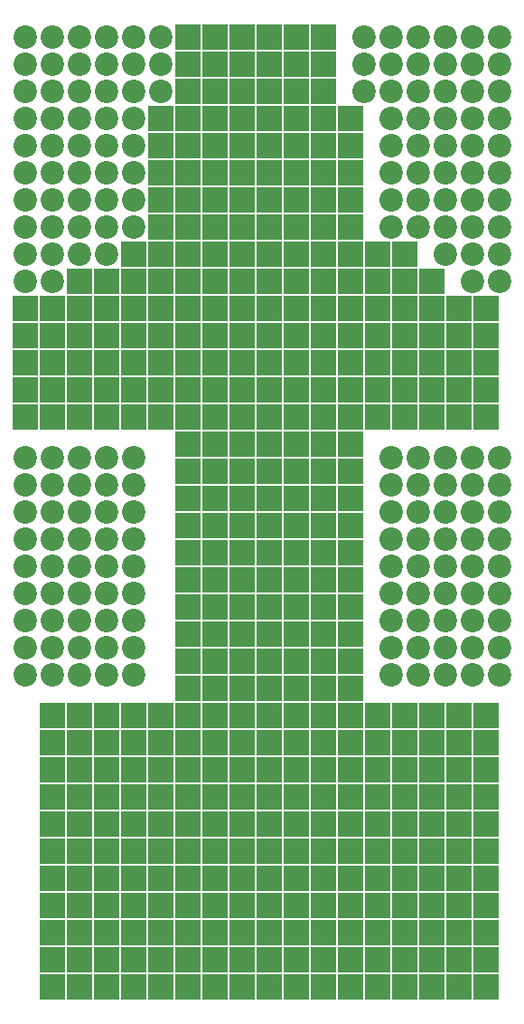
<source format=gbr>
G04 #@! TF.FileFunction,Soldermask,Bot*
%FSLAX46Y46*%
G04 Gerber Fmt 4.6, Leading zero omitted, Abs format (unit mm)*
G04 Created by KiCad (PCBNEW 4.0.2+dfsg1-stable) date tor 22 sep 2016 18:21:25 CEST*
%MOMM*%
G01*
G04 APERTURE LIST*
%ADD10C,0.100000*%
%ADD11R,2.400000X2.400000*%
%ADD12C,2.200000*%
G04 APERTURE END LIST*
D10*
D11*
X38320000Y-56670000D03*
X38320000Y-54130000D03*
X38320000Y-51590000D03*
X38320000Y-49050000D03*
X38320000Y-74450000D03*
X35780000Y-74450000D03*
X33240000Y-74450000D03*
X30700000Y-74450000D03*
X28160000Y-74450000D03*
X25620000Y-74450000D03*
X38320000Y-71910000D03*
X35780000Y-71910000D03*
X33240000Y-71910000D03*
X30700000Y-71910000D03*
X28160000Y-71910000D03*
X25620000Y-71910000D03*
X38320000Y-69370000D03*
X35780000Y-69370000D03*
X33240000Y-69370000D03*
X30700000Y-69370000D03*
X28160000Y-69370000D03*
X25620000Y-69370000D03*
X38320000Y-66830000D03*
X35780000Y-66830000D03*
X33240000Y-66830000D03*
X30700000Y-66830000D03*
X28160000Y-66830000D03*
X25620000Y-66830000D03*
X38320000Y-64290000D03*
X35780000Y-64290000D03*
X33240000Y-64290000D03*
X30700000Y-64290000D03*
X28160000Y-64290000D03*
X25620000Y-64290000D03*
X38320000Y-61750000D03*
X35780000Y-61750000D03*
X33240000Y-61750000D03*
X30700000Y-61750000D03*
X38320000Y-59210000D03*
X35780000Y-59210000D03*
X68800000Y-74450000D03*
X66260000Y-74450000D03*
X63720000Y-74450000D03*
X61180000Y-74450000D03*
X58640000Y-74450000D03*
X68800000Y-71910000D03*
X66260000Y-71910000D03*
X63720000Y-71910000D03*
X61180000Y-71910000D03*
X58640000Y-71910000D03*
X68800000Y-69370000D03*
X66260000Y-69370000D03*
X63720000Y-69370000D03*
X61180000Y-69370000D03*
X58640000Y-69370000D03*
X68800000Y-66830000D03*
X66260000Y-66830000D03*
X63720000Y-66830000D03*
X61180000Y-66830000D03*
X58640000Y-66830000D03*
X68800000Y-64290000D03*
X66260000Y-64290000D03*
X63720000Y-64290000D03*
X61180000Y-64290000D03*
X58640000Y-64290000D03*
X63720000Y-61750000D03*
X61180000Y-61750000D03*
X58640000Y-61750000D03*
X61180000Y-59210000D03*
X68800000Y-127790000D03*
X66260000Y-127790000D03*
X63720000Y-127790000D03*
X61180000Y-127790000D03*
X58640000Y-127790000D03*
X56100000Y-127790000D03*
X53560000Y-127790000D03*
X51020000Y-127790000D03*
X48480000Y-127790000D03*
X45940000Y-127790000D03*
X43400000Y-127790000D03*
X40860000Y-127790000D03*
X38320000Y-127790000D03*
X35780000Y-127790000D03*
X33240000Y-127790000D03*
X30700000Y-127790000D03*
X28160000Y-127790000D03*
X68800000Y-125250000D03*
X66260000Y-125250000D03*
X63720000Y-125250000D03*
X61180000Y-125250000D03*
X58640000Y-125250000D03*
X56100000Y-125250000D03*
X53560000Y-125250000D03*
X51020000Y-125250000D03*
X48480000Y-125250000D03*
X45940000Y-125250000D03*
X43400000Y-125250000D03*
X40860000Y-125250000D03*
X38320000Y-125250000D03*
X35780000Y-125250000D03*
X33240000Y-125250000D03*
X30700000Y-125250000D03*
X28160000Y-125250000D03*
X68800000Y-122710000D03*
X66260000Y-122710000D03*
X63720000Y-122710000D03*
X61180000Y-122710000D03*
X58640000Y-122710000D03*
X56100000Y-122710000D03*
X53560000Y-122710000D03*
X51020000Y-122710000D03*
X48480000Y-122710000D03*
X45940000Y-122710000D03*
X43400000Y-122710000D03*
X40860000Y-122710000D03*
X38320000Y-122710000D03*
X35780000Y-122710000D03*
X33240000Y-122710000D03*
X30700000Y-122710000D03*
X28160000Y-122710000D03*
X68800000Y-120170000D03*
X66260000Y-120170000D03*
X63720000Y-120170000D03*
X61180000Y-120170000D03*
X58640000Y-120170000D03*
X56100000Y-120170000D03*
X53560000Y-120170000D03*
X51020000Y-120170000D03*
X48480000Y-120170000D03*
X45940000Y-120170000D03*
X43400000Y-120170000D03*
X40860000Y-120170000D03*
X38320000Y-120170000D03*
X35780000Y-120170000D03*
X33240000Y-120170000D03*
X30700000Y-120170000D03*
X28160000Y-120170000D03*
X68800000Y-117630000D03*
X66260000Y-117630000D03*
X63720000Y-117630000D03*
X61180000Y-117630000D03*
X58640000Y-117630000D03*
X56100000Y-117630000D03*
X53560000Y-117630000D03*
X51020000Y-117630000D03*
X48480000Y-117630000D03*
X45940000Y-117630000D03*
X43400000Y-117630000D03*
X40860000Y-117630000D03*
X38320000Y-117630000D03*
X35780000Y-117630000D03*
X33240000Y-117630000D03*
X30700000Y-117630000D03*
X28160000Y-117630000D03*
X68800000Y-115090000D03*
X66260000Y-115090000D03*
X63720000Y-115090000D03*
X61180000Y-115090000D03*
X58640000Y-115090000D03*
X56100000Y-115090000D03*
X53560000Y-115090000D03*
X51020000Y-115090000D03*
X48480000Y-115090000D03*
X45940000Y-115090000D03*
X43400000Y-115090000D03*
X40860000Y-115090000D03*
X38320000Y-115090000D03*
X35780000Y-115090000D03*
X33240000Y-115090000D03*
X30700000Y-115090000D03*
X28160000Y-115090000D03*
X68800000Y-112550000D03*
X66260000Y-112550000D03*
X63720000Y-112550000D03*
X61180000Y-112550000D03*
X58640000Y-112550000D03*
X56100000Y-112550000D03*
X53560000Y-112550000D03*
X51020000Y-112550000D03*
X48480000Y-112550000D03*
X45940000Y-112550000D03*
X43400000Y-112550000D03*
X40860000Y-112550000D03*
X38320000Y-112550000D03*
X35780000Y-112550000D03*
X33240000Y-112550000D03*
X30700000Y-112550000D03*
X28160000Y-112550000D03*
X68800000Y-110010000D03*
X66260000Y-110010000D03*
X63720000Y-110010000D03*
X61180000Y-110010000D03*
X58640000Y-110010000D03*
X56100000Y-110010000D03*
X53560000Y-110010000D03*
X51020000Y-110010000D03*
X48480000Y-110010000D03*
X45940000Y-110010000D03*
X43400000Y-110010000D03*
X40860000Y-110010000D03*
X38320000Y-110010000D03*
X35780000Y-110010000D03*
X33240000Y-110010000D03*
X30700000Y-110010000D03*
X28160000Y-110010000D03*
X68800000Y-107470000D03*
X66260000Y-107470000D03*
X63720000Y-107470000D03*
X61180000Y-107470000D03*
X58640000Y-107470000D03*
X56100000Y-107470000D03*
X53560000Y-107470000D03*
X51020000Y-107470000D03*
X48480000Y-107470000D03*
X45940000Y-107470000D03*
X43400000Y-107470000D03*
X40860000Y-107470000D03*
X38320000Y-107470000D03*
X35780000Y-107470000D03*
X33240000Y-107470000D03*
X30700000Y-107470000D03*
X28160000Y-107470000D03*
X68800000Y-104930000D03*
X66260000Y-104930000D03*
X63720000Y-104930000D03*
X61180000Y-104930000D03*
X58640000Y-104930000D03*
X56100000Y-104930000D03*
X53560000Y-104930000D03*
X51020000Y-104930000D03*
X48480000Y-104930000D03*
X45940000Y-104930000D03*
X43400000Y-104930000D03*
X40860000Y-104930000D03*
X38320000Y-104930000D03*
X35780000Y-104930000D03*
X33240000Y-104930000D03*
X30700000Y-104930000D03*
X28160000Y-104930000D03*
X68800000Y-102390000D03*
X66260000Y-102390000D03*
X63720000Y-102390000D03*
X61180000Y-102390000D03*
X58640000Y-102390000D03*
X56100000Y-102390000D03*
X53560000Y-102390000D03*
X51020000Y-102390000D03*
X48480000Y-102390000D03*
X45940000Y-102390000D03*
X43400000Y-102390000D03*
X40860000Y-102390000D03*
X38320000Y-102390000D03*
X35780000Y-102390000D03*
X33240000Y-102390000D03*
X30700000Y-102390000D03*
X28160000Y-102390000D03*
X56100000Y-99850000D03*
X53560000Y-99850000D03*
X51020000Y-99850000D03*
X48480000Y-99850000D03*
X45940000Y-99850000D03*
X43400000Y-99850000D03*
X40860000Y-99850000D03*
X56100000Y-97310000D03*
X53560000Y-97310000D03*
X51020000Y-97310000D03*
X48480000Y-97310000D03*
X45940000Y-97310000D03*
X43400000Y-97310000D03*
X40860000Y-97310000D03*
X56100000Y-94770000D03*
X53560000Y-94770000D03*
X51020000Y-94770000D03*
X48480000Y-94770000D03*
X45940000Y-94770000D03*
X43400000Y-94770000D03*
X40860000Y-94770000D03*
X56100000Y-92230000D03*
X53560000Y-92230000D03*
X51020000Y-92230000D03*
X48480000Y-92230000D03*
X45940000Y-92230000D03*
X43400000Y-92230000D03*
X40860000Y-92230000D03*
X56100000Y-89690000D03*
X53560000Y-89690000D03*
X51020000Y-89690000D03*
X48480000Y-89690000D03*
X45940000Y-89690000D03*
X43400000Y-89690000D03*
X40860000Y-89690000D03*
X56100000Y-87150000D03*
X53560000Y-87150000D03*
X51020000Y-87150000D03*
X48480000Y-87150000D03*
X45940000Y-87150000D03*
X43400000Y-87150000D03*
X40860000Y-87150000D03*
X56100000Y-84610000D03*
X53560000Y-84610000D03*
X51020000Y-84610000D03*
X48480000Y-84610000D03*
X45940000Y-84610000D03*
X43400000Y-84610000D03*
X40860000Y-84610000D03*
X56100000Y-82070000D03*
X53560000Y-82070000D03*
X51020000Y-82070000D03*
X48480000Y-82070000D03*
X45940000Y-82070000D03*
X43400000Y-82070000D03*
X40860000Y-82070000D03*
X56100000Y-79530000D03*
X53560000Y-79530000D03*
X51020000Y-79530000D03*
X48480000Y-79530000D03*
X45940000Y-79530000D03*
X43400000Y-79530000D03*
X40860000Y-79530000D03*
X56100000Y-76990000D03*
X53560000Y-76990000D03*
X51020000Y-76990000D03*
X48480000Y-76990000D03*
X45940000Y-76990000D03*
X43400000Y-76990000D03*
X40860000Y-76990000D03*
X56100000Y-74450000D03*
X53560000Y-74450000D03*
X51020000Y-74450000D03*
X48480000Y-74450000D03*
X45940000Y-74450000D03*
X43400000Y-74450000D03*
X40860000Y-74450000D03*
X56100000Y-71910000D03*
X53560000Y-71910000D03*
X51020000Y-71910000D03*
X48480000Y-71910000D03*
X45940000Y-71910000D03*
X43400000Y-71910000D03*
X40860000Y-71910000D03*
X56100000Y-69370000D03*
X53560000Y-69370000D03*
X51020000Y-69370000D03*
X48480000Y-69370000D03*
X45940000Y-69370000D03*
X43400000Y-69370000D03*
X40860000Y-69370000D03*
X56100000Y-66830000D03*
X53560000Y-66830000D03*
X51020000Y-66830000D03*
X48480000Y-66830000D03*
X45940000Y-66830000D03*
X43400000Y-66830000D03*
X40860000Y-66830000D03*
X56100000Y-64290000D03*
X53560000Y-64290000D03*
X51020000Y-64290000D03*
X48480000Y-64290000D03*
X45940000Y-64290000D03*
X43400000Y-64290000D03*
X40860000Y-64290000D03*
X56100000Y-61750000D03*
X53560000Y-61750000D03*
X51020000Y-61750000D03*
X48480000Y-61750000D03*
X45940000Y-61750000D03*
X43400000Y-61750000D03*
X40860000Y-61750000D03*
X56100000Y-59210000D03*
X53560000Y-59210000D03*
X51020000Y-59210000D03*
X48480000Y-59210000D03*
X45940000Y-59210000D03*
X43400000Y-59210000D03*
X40860000Y-59210000D03*
X56100000Y-56670000D03*
X53560000Y-56670000D03*
X51020000Y-56670000D03*
X48480000Y-56670000D03*
X45940000Y-56670000D03*
X43400000Y-56670000D03*
X40860000Y-56670000D03*
X56100000Y-54130000D03*
X53560000Y-54130000D03*
X51020000Y-54130000D03*
X48480000Y-54130000D03*
X45940000Y-54130000D03*
X43400000Y-54130000D03*
X40860000Y-54130000D03*
X56100000Y-51590000D03*
X53560000Y-51590000D03*
X51020000Y-51590000D03*
X48480000Y-51590000D03*
X45940000Y-51590000D03*
X43400000Y-51590000D03*
X40860000Y-51590000D03*
X56100000Y-49050000D03*
X53560000Y-49050000D03*
X51020000Y-49050000D03*
X48480000Y-49050000D03*
X45940000Y-49050000D03*
X43400000Y-49050000D03*
X40860000Y-49050000D03*
X56100000Y-46510000D03*
X53560000Y-46510000D03*
X51020000Y-46510000D03*
X48480000Y-46510000D03*
X45940000Y-46510000D03*
X43400000Y-46510000D03*
X40860000Y-46510000D03*
X53560000Y-43970000D03*
X51020000Y-43970000D03*
X48480000Y-43970000D03*
X45940000Y-43970000D03*
X43400000Y-43970000D03*
X40860000Y-43970000D03*
X53560000Y-41430000D03*
X51020000Y-41430000D03*
X48480000Y-41430000D03*
X45940000Y-41430000D03*
X43400000Y-41430000D03*
X40860000Y-41430000D03*
X53560000Y-38890000D03*
X51020000Y-38890000D03*
X48480000Y-38890000D03*
X45940000Y-38890000D03*
X43400000Y-38890000D03*
D12*
X57370000Y-41430000D03*
X57370000Y-43970000D03*
X57370000Y-38890000D03*
X70070000Y-61750000D03*
X67530000Y-61750000D03*
X70070000Y-59210000D03*
X67530000Y-59210000D03*
X64990000Y-59210000D03*
X70070000Y-56670000D03*
X67530000Y-56670000D03*
X64990000Y-56670000D03*
X62450000Y-56670000D03*
X59910000Y-56670000D03*
X70070000Y-54130000D03*
X67530000Y-54130000D03*
X64990000Y-54130000D03*
X62450000Y-54130000D03*
X59910000Y-54130000D03*
X70070000Y-51590000D03*
X67530000Y-51590000D03*
X64990000Y-51590000D03*
X62450000Y-51590000D03*
X59910000Y-51590000D03*
X70070000Y-49050000D03*
X67530000Y-49050000D03*
X64990000Y-49050000D03*
X62450000Y-49050000D03*
X59910000Y-49050000D03*
X70070000Y-46510000D03*
X67530000Y-46510000D03*
X64990000Y-46510000D03*
X62450000Y-46510000D03*
X59910000Y-46510000D03*
X70070000Y-43970000D03*
X67530000Y-43970000D03*
X64990000Y-43970000D03*
X62450000Y-43970000D03*
X59910000Y-43970000D03*
X70070000Y-41430000D03*
X67530000Y-41430000D03*
X64990000Y-41430000D03*
X62450000Y-41430000D03*
X59910000Y-41430000D03*
X70070000Y-38890000D03*
X67530000Y-38890000D03*
X64990000Y-38890000D03*
X62450000Y-38890000D03*
X59910000Y-38890000D03*
X28160000Y-61750000D03*
X25620000Y-61750000D03*
X33240000Y-59210000D03*
X30700000Y-59210000D03*
X28160000Y-59210000D03*
X25620000Y-59210000D03*
X35780000Y-56670000D03*
X33240000Y-56670000D03*
X30700000Y-56670000D03*
X28160000Y-56670000D03*
X25620000Y-56670000D03*
X35780000Y-54130000D03*
X33240000Y-54130000D03*
X30700000Y-54130000D03*
X28160000Y-54130000D03*
X25620000Y-54130000D03*
X35780000Y-51590000D03*
X33240000Y-51590000D03*
X30700000Y-51590000D03*
X28160000Y-51590000D03*
X25620000Y-51590000D03*
X35780000Y-49050000D03*
X33240000Y-49050000D03*
X30700000Y-49050000D03*
X28160000Y-49050000D03*
X25620000Y-49050000D03*
X35780000Y-46510000D03*
X33240000Y-46510000D03*
X30700000Y-46510000D03*
X28160000Y-46510000D03*
X25620000Y-46510000D03*
X38320000Y-43970000D03*
X35780000Y-43970000D03*
X33240000Y-43970000D03*
X30700000Y-43970000D03*
X28160000Y-43970000D03*
X25620000Y-43970000D03*
X38320000Y-41430000D03*
X35780000Y-41430000D03*
X33240000Y-41430000D03*
X30700000Y-41430000D03*
X28160000Y-41430000D03*
X25620000Y-41430000D03*
X38320000Y-38890000D03*
X35780000Y-38890000D03*
X33240000Y-38890000D03*
X30700000Y-38890000D03*
X28160000Y-38890000D03*
X70070000Y-98580000D03*
X67530000Y-98580000D03*
X64990000Y-98580000D03*
X62450000Y-98580000D03*
X59910000Y-98580000D03*
X70070000Y-96040000D03*
X67530000Y-96040000D03*
X64990000Y-96040000D03*
X62450000Y-96040000D03*
X59910000Y-96040000D03*
X70070000Y-93500000D03*
X67530000Y-93500000D03*
X64990000Y-93500000D03*
X62450000Y-93500000D03*
X59910000Y-93500000D03*
X70070000Y-90960000D03*
X67530000Y-90960000D03*
X64990000Y-90960000D03*
X62450000Y-90960000D03*
X59910000Y-90960000D03*
X70070000Y-88420000D03*
X67530000Y-88420000D03*
X64990000Y-88420000D03*
X62450000Y-88420000D03*
X59910000Y-88420000D03*
X70070000Y-85880000D03*
X67530000Y-85880000D03*
X64990000Y-85880000D03*
X62450000Y-85880000D03*
X59910000Y-85880000D03*
X70070000Y-83340000D03*
X67530000Y-83340000D03*
X64990000Y-83340000D03*
X62450000Y-83340000D03*
X59910000Y-83340000D03*
X70070000Y-80800000D03*
X67530000Y-80800000D03*
X64990000Y-80800000D03*
X62450000Y-80800000D03*
X59910000Y-80800000D03*
X70070000Y-78260000D03*
X67530000Y-78260000D03*
X64990000Y-78260000D03*
X62450000Y-78260000D03*
X35780000Y-98580000D03*
X33240000Y-98580000D03*
X30700000Y-98580000D03*
X28160000Y-98580000D03*
X25620000Y-98580000D03*
X35780000Y-96040000D03*
X33240000Y-96040000D03*
X30700000Y-96040000D03*
X28160000Y-96040000D03*
X25620000Y-96040000D03*
X35780000Y-93500000D03*
X33240000Y-93500000D03*
X30700000Y-93500000D03*
X28160000Y-93500000D03*
X25620000Y-93500000D03*
X35780000Y-90960000D03*
X33240000Y-90960000D03*
X30700000Y-90960000D03*
X28160000Y-90960000D03*
X25620000Y-90960000D03*
X35780000Y-88420000D03*
X33240000Y-88420000D03*
X30700000Y-88420000D03*
X28160000Y-88420000D03*
X25620000Y-88420000D03*
X35780000Y-85880000D03*
X33240000Y-85880000D03*
X30700000Y-85880000D03*
X28160000Y-85880000D03*
X25620000Y-85880000D03*
X35780000Y-83340000D03*
X33240000Y-83340000D03*
X30700000Y-83340000D03*
X28160000Y-83340000D03*
X25620000Y-83340000D03*
X35780000Y-80800000D03*
X33240000Y-80800000D03*
X30700000Y-80800000D03*
X28160000Y-80800000D03*
X25620000Y-80800000D03*
X35780000Y-78260000D03*
X33240000Y-78260000D03*
X30700000Y-78260000D03*
X28160000Y-78260000D03*
X25620000Y-78260000D03*
X59910000Y-78260000D03*
X25620000Y-38890000D03*
D11*
X40860000Y-38890000D03*
X58640000Y-59210000D03*
X38320000Y-46510000D03*
M02*

</source>
